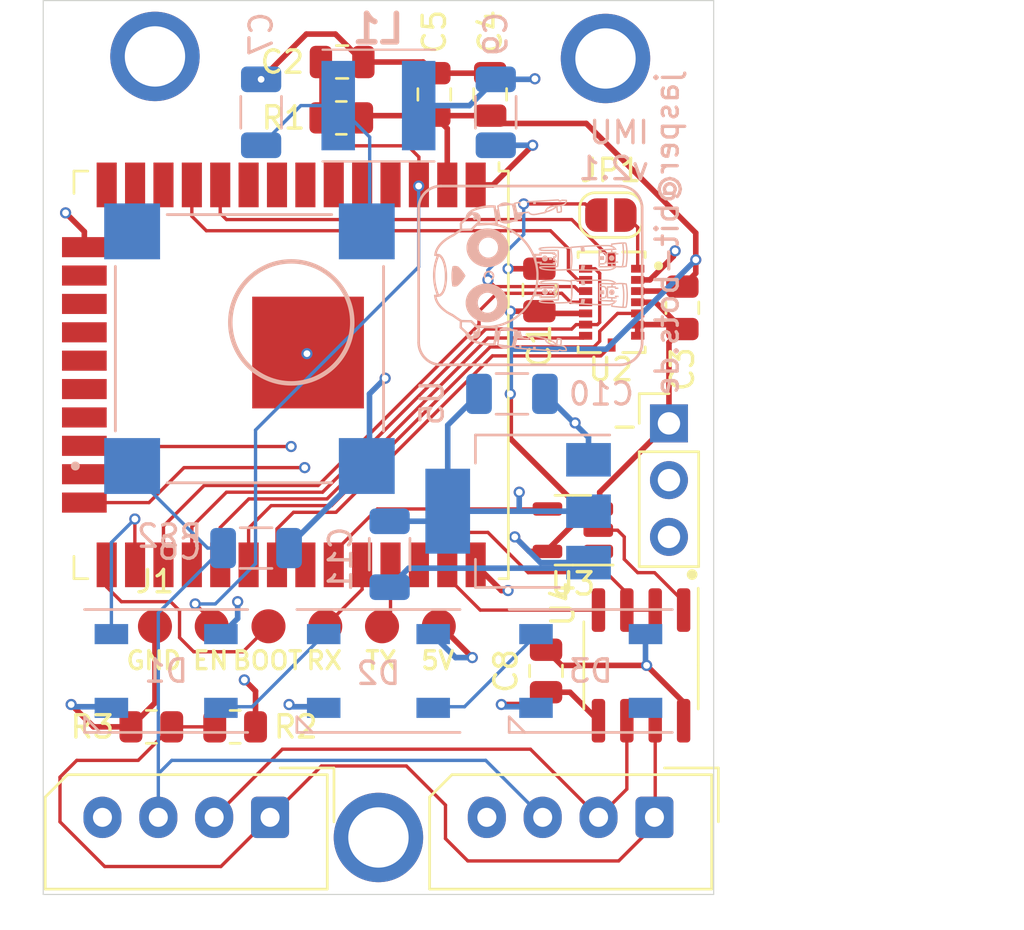
<source format=kicad_pcb>
(kicad_pcb (version 20240108) (generator "pcbnew") (generator_version "8.0")
  (layers (0 "F.Cu" signal) (1 "In1.Cu" signal) (2 "In2.Cu" signal) (31 "B.Cu" signal) (34 "B.Paste" user) (35 "F.Paste" user) (36 "B.SilkS" user "B.Silkscreen") (37 "F.SilkS" user "F.Silkscreen") (38 "B.Mask" user) (39 "F.Mask" user) (44 "Edge.Cuts" user))
  (net 0 "")
  (net 1 "GND")
  (net 2 "en")
  (net 3 "+3V3")
  (net 4 "VBUS")
  (net 5 "+5V")
  (net 6 "tx_esp")
  (net 7 "rx_esp")
  (net 8 "boot")
  (net 9 "DATA+")
  (net 10 "DATA-")
  (net 11 "SW1")
  (net 12 "SW2")
  (net 13 "int2_accel")
  (net 14 "int4_gyro")
  (net 20 "Net-(D1-DOUT)")
  (net 22 "int1_accel")
  (net 23 "int3_gyro")
  (net 24 "SPI_CS_GYRO")
  (net 28 "TX_EN")
  (net 31 "U2_RX")
  (net 32 "U2_TX")
  (net 33 "SPI1_SCK")
  (net 34 "SPI1_MISO")
  (net 37 "SPI1_MOSI")
  (net 38 "rs485_rx")
  (net 39 "SPI_CS_ACCEL")
  (net 42 "LED")
  (net 43 "Net-(D2-DOUT)")
  (net 49 "Net-(PS2-+VO)")
  (footprint "Capacitor_SMD:C_0805_2012Metric" (layer "F.Cu") (at 13.375 2.75)
    (property "Reference" "C2" (at -2.675 0 0) (layer "F.SilkS"))
    (property "Value" "100n")
    (pad "1" smd roundrect (at -0.95 0) (size 1 1.45) (layers "F.Cu" "F.Paste" "F.Mask") (net 2 "en"))
    (pad "2" smd roundrect (at 0.95 0) (size 1 1.45) (layers "F.Cu" "F.Paste" "F.Mask") (net 1 "GND"))
  )
  (footprint "Capacitor_SMD:C_0805_2012Metric" (layer "F.Cu") (at 20 4.2 90)
    (property "Reference" "C4" (at 2.8 0 90) (layer "F.SilkS"))
    (property "Value" "100n")
    (pad "1" smd roundrect (at -0.95 0 90) (size 1 1.45) (layers "F.Cu" "F.Paste" "F.Mask") (net 3 "+3V3"))
    (pad "2" smd roundrect (at 0.95 0 90) (size 1 1.45) (layers "F.Cu" "F.Paste" "F.Mask") (net 1 "GND"))
  )
  (footprint "Capacitor_SMD:C_0805_2012Metric" (layer "F.Cu") (at 17.5 4.2 90)
    (property "Reference" "C5" (at 2.8 0 90) (layer "F.SilkS"))
    (property "Value" "10u")
    (pad "1" smd roundrect (at -0.95 0 90) (size 1 1.45) (layers "F.Cu" "F.Paste" "F.Mask") (net 3 "+3V3"))
    (pad "2" smd roundrect (at 0.95 0 90) (size 1 1.45) (layers "F.Cu" "F.Paste" "F.Mask") (net 1 "GND"))
  )
  (footprint "Capacitor_SMD:C_0805_2012Metric" (layer "F.Cu") (at 22.5 30 -90)
    (property "Reference" "C8" (at 0 1.8 90) (layer "F.SilkS"))
    (property "Value" "100n")
    (pad "1" smd roundrect (at -0.95 0 270) (size 1 1.45) (layers "F.Cu" "F.Paste" "F.Mask") (net 5 "+5V"))
    (pad "2" smd roundrect (at 0.95 0 270) (size 1 1.45) (layers "F.Cu" "F.Paste" "F.Mask") (net 1 "GND"))
  )
  (footprint "Connector_Molex:Molex_SPOX_5267-04A_1x04_P2.50mm_Vertical" (layer "F.Cu") (at 27.35 36.55 180)
    (property "Reference" "J3" (hide yes))
    (property "Value" "Conn_01x04")
    (pad "1" thru_hole roundrect (at 0 0 180) (size 1.7 1.85) (drill 0.85) (layers "*.Cu" "*.Mask") (roundrect_rratio 0.1470588235) (net 10 "DATA-"))
    (pad "2" thru_hole oval (at 2.5 0 180) (size 1.7 1.85) (drill 0.85) (layers "*.Cu" "*.Mask") (net 9 "DATA+"))
    (pad "3" thru_hole oval (at 5 0 180) (size 1.7 1.85) (drill 0.85) (layers "*.Cu" "*.Mask") (net 4 "VBUS"))
    (pad "4" thru_hole oval (at 7.5 0 180) (size 1.7 1.85) (drill 0.85) (layers "*.Cu" "*.Mask") (net 1 "GND"))
  )
  (footprint "Connector_Molex:Molex_SPOX_5267-04A_1x04_P2.50mm_Vertical" (layer "F.Cu") (at 10.15 36.55 180)
    (property "Reference" "J4" (hide yes))
    (property "Value" "Conn_01x04")
    (pad "1" thru_hole roundrect (at 0 0 180) (size 1.7 1.85) (drill 0.85) (layers "*.Cu" "*.Mask") (roundrect_rratio 0.1470588235) (net 10 "DATA-"))
    (pad "2" thru_hole oval (at 2.5 0 180) (size 1.7 1.85) (drill 0.85) (layers "*.Cu" "*.Mask") (net 9 "DATA+"))
    (pad "3" thru_hole oval (at 5 0 180) (size 1.7 1.85) (drill 0.85) (layers "*.Cu" "*.Mask") (net 4 "VBUS"))
    (pad "4" thru_hole oval (at 7.5 0 180) (size 1.7 1.85) (drill 0.85) (layers "*.Cu" "*.Mask") (net 1 "GND"))
  )
  (footprint "Package_SO:SOIC-8_3.9x4.9mm_P1.27mm" (layer "F.Cu") (at 26.75 29.75 -90)
    (property "Reference" "U4" (at -2.75 3.5 90) (layer "F.SilkS"))
    (property "Value" "SP485")
    (pad "1" smd roundrect (at -2.475 -1.905 270) (size 1.95 0.6) (layers "F.Cu" "F.Paste" "F.Mask") (net 38 "rs485_rx"))
    (pad "2" smd roundrect (at -2.475 -0.635 270) (size 1.95 0.6) (layers "F.Cu" "F.Paste" "F.Mask") (net 28 "TX_EN"))
    (pad "3" smd roundrect (at -2.475 0.635 270) (size 1.95 0.6) (layers "F.Cu" "F.Paste" "F.Mask") (net 28 "TX_EN"))
    (pad "4" smd roundrect (at -2.475 1.905 270) (size 1.95 0.6) (layers "F.Cu" "F.Paste" "F.Mask") (net 32 "U2_TX"))
    (pad "5" smd roundrect (at 2.475 1.905 270) (size 1.95 0.6) (layers "F.Cu" "F.Paste" "F.Mask") (net 1 "GND"))
    (pad "6" smd roundrect (at 2.475 0.635 270) (size 1.95 0.6) (layers "F.Cu" "F.Paste" "F.Mask") (net 9 "DATA+"))
    (pad "7" smd roundrect (at 2.475 -0.635 270) (size 1.95 0.6) (layers "F.Cu" "F.Paste" "F.Mask") (net 10 "DATA-"))
    (pad "8" smd roundrect (at 2.475 -1.905 270) (size 1.95 0.6) (layers "F.Cu" "F.Paste" "F.Mask") (net 5 "+5V"))
  )
  (footprint "MountingHole:MountingHole_2.7mm_M2.5_ISO14580_Pad" (layer "F.Cu") (at 5 2.5)
    (property "Reference" "H1" (hide yes))
    (property "Value" "MountingHole_Pad")
    (pad "1" thru_hole circle (at 0 0) (size 4 4) (drill 2.7) (layers "*.Cu" "*.Mask") (net 1 "GND"))
  )
  (footprint "MountingHole:MountingHole_2.7mm_M2.5_ISO14580_Pad" (layer "F.Cu") (at 25.16 2.592)
    (property "Reference" "H2" (hide yes))
    (property "Value" "MountingHole_Pad")
    (pad "1" thru_hole circle (at 0 0) (size 4 4) (drill 2.7) (layers "*.Cu" "*.Mask") (net 1 "GND"))
  )
  (footprint "MountingHole:MountingHole_2.7mm_M2.5_ISO14580_Pad" (layer "F.Cu") (at 15 37.5)
    (property "Reference" "H3" (hide yes))
    (property "Value" "MountingHole_Pad")
    (pad "1" thru_hole circle (at 0 -0.05) (size 4 4) (drill 2.7) (layers "*.Cu" "*.Mask") (net 1 "GND"))
  )
  (footprint "RF_Module:ESP32-WROOM-32U" (layer "F.Cu") (at 11.095 16.75 -90)
    (property "Reference" "U1" (hide yes))
    (property "Value" "ESP32-WROOM-32U")
    (pad "1" smd rect (at -8.5 -8.255 270) (size 2 0.9) (layers "F.Cu" "F.Paste" "F.Mask") (net 1 "GND"))
    (pad "2" smd rect (at -8.5 -6.985 270) (size 2 0.9) (layers "F.Cu" "F.Paste" "F.Mask") (net 3 "+3V3"))
    (pad "3" smd rect (at -8.5 -5.715 270) (size 2 0.9) (layers "F.Cu" "F.Paste" "F.Mask") (net 2 "en"))
    (pad "4" smd rect (at -8.5 -4.445 270) (size 2 0.9) (layers "F.Cu" "F.Paste" "F.Mask"))
    (pad "5" smd rect (at -8.5 -3.175 270) (size 2 0.9) (layers "F.Cu" "F.Paste" "F.Mask"))
    (pad "6" smd rect (at -8.5 -1.905 270) (size 2 0.9) (layers "F.Cu" "F.Paste" "F.Mask"))
    (pad "7" smd rect (at -8.5 -0.635 270) (size 2 0.9) (layers "F.Cu" "F.Paste" "F.Mask"))
    (pad "8" smd rect (at -8.5 0.635 270) (size 2 0.9) (layers "F.Cu" "F.Paste" "F.Mask"))
    (pad "9" smd rect (at -8.5 1.905 270) (size 2 0.9) (layers "F.Cu" "F.Paste" "F.Mask"))
    (pad "10" smd rect (at -8.5 3.175 270) (size 2 0.9) (layers "F.Cu" "F.Paste" "F.Mask") (net 22 "int1_accel"))
    (pad "11" smd rect (at -8.5 4.445 270) (size 2 0.9) (layers "F.Cu" "F.Paste" "F.Mask") (net 39 "SPI_CS_ACCEL"))
    (pad "12" smd rect (at -8.5 5.715 270) (size 2 0.9) (layers "F.Cu" "F.Paste" "F.Mask"))
    (pad "13" smd rect (at -8.5 6.985 270) (size 2 0.9) (layers "F.Cu" "F.Paste" "F.Mask"))
    (pad "14" smd rect (at -8.5 8.255 270) (size 2 0.9) (layers "F.Cu" "F.Paste" "F.Mask"))
    (pad "15" smd rect (at -5.715 9.255 180) (size 2 0.9) (layers "F.Cu" "F.Paste" "F.Mask") (net 1 "GND"))
    (pad "16" smd rect (at -4.445 9.255) (size 2 0.9) (layers "F.Cu" "F.Paste" "F.Mask"))
    (pad "17" smd rect (at -3.175 9.255) (size 2 0.9) (layers "F.Cu" "F.Paste" "F.Mask"))
    (pad "18" smd rect (at -1.905 9.255) (size 2 0.9) (layers "F.Cu" "F.Paste" "F.Mask"))
    (pad "19" smd rect (at -0.635 9.255) (size 2 0.9) (layers "F.Cu" "F.Paste" "F.Mask"))
    (pad "20" smd rect (at 0.635 9.255) (size 2 0.9) (layers "F.Cu" "F.Paste" "F.Mask"))
    (pad "21" smd rect (at 1.905 9.255) (size 2 0.9) (layers "F.Cu" "F.Paste" "F.Mask"))
    (pad "22" smd rect (at 3.175 9.255) (size 2 0.9) (layers "F.Cu" "F.Paste" "F.Mask"))
    (pad "23" smd rect (at 4.445 9.255) (size 2 0.9) (layers "F.Cu" "F.Paste" "F.Mask") (net 12 "SW2"))
    (pad "24" smd rect (at 5.715 9.255) (size 2 0.9) (layers "F.Cu" "F.Paste" "F.Mask") (net 11 "SW1"))
    (pad "25" smd rect (at 8.5 8.255 270) (size 2 0.9) (layers "F.Cu" "F.Paste" "F.Mask") (net 8 "boot"))
    (pad "26" smd rect (at 8.5 6.985 270) (size 2 0.9) (layers "F.Cu" "F.Paste" "F.Mask") (net 42 "LED"))
    (pad "27" smd rect (at 8.5 5.715 270) (size 2 0.9) (layers "F.Cu" "F.Paste" "F.Mask") (net 23 "int3_gyro"))
    (pad "28" smd rect (at 8.5 4.445 270) (size 2 0.9) (layers "F.Cu" "F.Paste" "F.Mask") (net 34 "SPI1_MISO"))
    (pad "29" smd rect (at 8.5 3.175 270) (size 2 0.9) (layers "F.Cu" "F.Paste" "F.Mask") (net 37 "SPI1_MOSI"))
    (pad "30" smd rect (at 8.5 1.905 270) (size 2 0.9) (layers "F.Cu" "F.Paste" "F.Mask") (net 24 "SPI_CS_GYRO"))
    (pad "31" smd rect (at 8.5 0.635 270) (size 2 0.9) (layers "F.Cu" "F.Paste" "F.Mask") (net 33 "SPI1_SCK"))
    (pad "32" smd rect (at 8.5 -0.635 270) (size 2 0.9) (layers "F.Cu" "F.Paste" "F.Mask"))
    (pad "33" smd rect (at 8.5 -1.905 270) (size 2 0.9) (layers "F.Cu" "F.Paste" "F.Mask") (net 31 "U2_RX"))
    (pad "34" smd rect (at 8.5 -3.175 270) (size 2 0.9) (layers "F.Cu" "F.Paste" "F.Mask") (net 7 "rx_esp"))
    (pad "35" smd rect (at 8.5 -4.445 270) (size 2 0.9) (layers "F.Cu" "F.Paste" "F.Mask") (net 6 "tx_esp"))
    (pad "36" smd rect (at 8.5 -5.715 270) (size 2 0.9) (layers "F.Cu" "F.Paste" "F.Mask") (net 28 "TX_EN"))
    (pad "37" smd rect (at 8.5 -6.985 270) (size 2 0.9) (layers "F.Cu" "F.Paste" "F.Mask") (net 32 "U2_TX"))
    (pad "38" smd rect (at 8.5 -8.255 270) (size 2 0.9) (layers "F.Cu" "F.Paste" "F.Mask") (net 1 "GND"))
    (pad "39" smd rect (at -1 -0.755 270) (size 5 5) (layers "F.Cu" "F.Paste" "F.Mask") (net 1 "GND"))
  )
  (footprint "Resistor_SMD:R_0805_2012Metric" (layer "F.Cu") (at 13.3375 5.25 180)
    (property "Reference" "R1" (at 2.5875 0 0) (layer "F.SilkS"))
    (property "Value" "10K")
    (pad "1" smd roundrect (at -0.9125 0 180) (size 1.025 1.4) (layers "F.Cu" "F.Paste" "F.Mask") (roundrect_rratio 0.243902439) (net 3 "+3V3"))
    (pad "2" smd roundrect (at 0.9125 0 180) (size 1.025 1.4) (layers "F.Cu" "F.Paste" "F.Mask") (roundrect_rratio 0.243902439) (net 2 "en"))
  )
  (footprint "Capacitor_SMD:C_0805_2012Metric" (layer "F.Cu") (at 28.6 13.75 -90)
    (property "Reference" "C3" (at 2.75 0 90) (layer "F.SilkS"))
    (property "Value" "100n")
    (pad "1" smd roundrect (at -0.95 0 270) (size 1 1.45) (layers "F.Cu" "F.Paste" "F.Mask") (net 3 "+3V3"))
    (pad "2" smd roundrect (at 0.95 0 270) (size 1 1.45) (layers "F.Cu" "F.Paste" "F.Mask") (net 1 "GND"))
  )
  (footprint "Package_TO_SOT_SMD:SOT-23-5" (layer "F.Cu") (at 23.7 23.700001 180)
    (property "Reference" "U3" (at 0 -2.4 180) (layer "F.SilkS"))
    (property "Value" "SN74LV1T34DBV")
    (pad "1" smd roundrect (at -1.1375 -0.95 180) (size 1.325 0.6) (layers "F.Cu" "F.Paste" "F.Mask"))
    (pad "2" smd roundrect (at -1.1375 0 180) (size 1.325 0.6) (layers "F.Cu" "F.Paste" "F.Mask") (net 38 "rs485_rx"))
    (pad "3" smd roundrect (at -1.1375 0.95 180) (size 1.325 0.6) (layers "F.Cu" "F.Paste" "F.Mask") (net 1 "GND"))
    (pad "4" smd roundrect (at 1.1375 0.95 180) (size 1.325 0.6) (layers "F.Cu" "F.Paste" "F.Mask") (net 31 "U2_RX"))
    (pad "5" smd roundrect (at 1.1375 -0.95 180) (size 1.325 0.6) (layers "F.Cu" "F.Paste" "F.Mask") (net 3 "+3V3"))
  )
  (footprint "Capacitor_SMD:C_0805_2012Metric" (layer "F.Cu") (at 22.2 12.95 90)
    (property "Reference" "C1" (at -2.5 0 90) (layer "F.SilkS"))
    (property "Value" "100n")
    (pad "1" smd roundrect (at -0.95 0 90) (size 1 1.45) (layers "F.Cu" "F.Paste" "F.Mask") (net 3 "+3V3"))
    (pad "2" smd roundrect (at 0.95 0 90) (size 1 1.45) (layers "F.Cu" "F.Paste" "F.Mask") (net 1 "GND"))
  )
  (footprint "lib:BMI088" (layer "F.Cu") (at 25.435 13.5 -90)
    (property "Reference" "U2" (at 3.01 0.035 180) (layer "F.SilkS"))
    (property "Value" "BMI088")
    (pad "1" smd rect (at -1.5 -1.165 180) (size 0.59 0.35) (layers "F.Cu" "F.Paste" "F.Mask") (net 13 "int2_accel"))
    (pad "2" smd rect (at -1 -1.165 180) (size 0.59 0.35) (layers "F.Cu" "F.Paste" "F.Mask") (net 1 "GND"))
    (pad "3" smd rect (at -0.5 -1.165 180) (size 0.59 0.35) (layers "F.Cu" "F.Paste" "F.Mask") (net 3 "+3V3"))
    (pad "4" smd rect (at 0 -1.165 180) (size 0.59 0.35) (layers "F.Cu" "F.Paste" "F.Mask") (net 1 "GND"))
    (pad "5" smd rect (at 0.5 -1.165 180) (size 0.59 0.35) (layers "F.Cu" "F.Paste" "F.Mask") (net 24 "SPI_CS_GYRO"))
    (pad "6" smd rect (at 1 -1.165 180) (size 0.59 0.35) (layers "F.Cu" "F.Paste" "F.Mask") (net 1 "GND"))
    (pad "7" smd rect (at 1.5 -1.165 180) (size 0.59 0.35) (layers "F.Cu" "F.Paste" "F.Mask") (net 1 "GND"))
    (pad "8" smd rect (at 1.915 0 90) (size 0.59 0.35) (layers "F.Cu" "F.Paste" "F.Mask") (net 33 "SPI1_SCK"))
    (pad "9" smd rect (at 1.5 1.165) (size 0.59 0.35) (layers "F.Cu" "F.Paste" "F.Mask") (net 37 "SPI1_MOSI"))
    (pad "10" smd rect (at 1 1.165) (size 0.59 0.35) (layers "F.Cu" "F.Paste" "F.Mask") (net 34 "SPI1_MISO"))
    (pad "11" smd rect (at 0.5 1.165) (size 0.59 0.35) (layers "F.Cu" "F.Paste" "F.Mask") (net 3 "+3V3"))
    (pad "12" smd rect (at 0 1.165) (size 0.59 0.35) (layers "F.Cu" "F.Paste" "F.Mask") (net 23 "int3_gyro"))
    (pad "13" smd rect (at -0.5 1.165) (size 0.59 0.35) (layers "F.Cu" "F.Paste" "F.Mask") (net 14 "int4_gyro"))
    (pad "14" smd rect (at -1 1.165) (size 0.59 0.35) (layers "F.Cu" "F.Paste" "F.Mask") (net 39 "SPI_CS_ACCEL"))
    (pad "15" smd rect (at -1.5 1.165) (size 0.59 0.35) (layers "F.Cu" "F.Paste" "F.Mask") (net 34 "SPI1_MISO"))
    (pad "16" smd rect (at -1.915 0 270) (size 0.59 0.35) (layers "F.Cu" "F.Paste" "F.Mask") (net 22 "int1_accel"))
  )
  (footprint "Resistor_SMD:R_0805_2012Metric" (layer "F.Cu") (at 4.8375 32.5 180)
    (property "Reference" "R3" (at 2.6375 0 0) (layer "F.SilkS"))
    (property "Value" "4K7")
    (pad "1" smd roundrect (at -0.9125 0 180) (size 1.025 1.4) (layers "F.Cu" "F.Paste" "F.Mask") (roundrect_rratio 0.243902439) (net 10 "DATA-"))
    (pad "2" smd roundrect (at 0.9125 0 180) (size 1.025 1.4) (layers "F.Cu" "F.Paste" "F.Mask") (roundrect_rratio 0.243902439) (net 1 "GND"))
  )
  (footprint "Resistor_SMD:R_0805_2012Metric" (layer "F.Cu") (at 8.5875 32.5 180)
    (property "Reference" "R2" (at -2.7125 0 0) (layer "F.SilkS"))
    (property "Value" "4K7")
    (pad "1" smd roundrect (at -0.9125 0 180) (size 1.025 1.4) (layers "F.Cu" "F.Paste" "F.Mask") (roundrect_rratio 0.243902439) (net 5 "+5V"))
    (pad "2" smd roundrect (at 0.9125 0 180) (size 1.025 1.4) (layers "F.Cu" "F.Paste" "F.Mask") (roundrect_rratio 0.243902439) (net 10 "DATA-"))
  )
  (footprint "Jumper:SolderJumper-2_P1.3mm_Open_RoundedPad1.0x1.5mm" (layer "F.Cu") (at 25.4 9.6 180)
    (property "Reference" "JP1" (at 0 2 0) (layer "F.SilkS"))
    (property "Value" "SolderJumper_2_Open")
    (pad "1" smd custom (at -0.65 0 180) (size 1 0.5) (layers "F.Cu" "F.Mask") (net 13 "int2_accel") (options (clearance outline) (anchor rect)) (primitives (gr_circle (center 0 0.25) (end 0.5 0.25) (width 0) (fill yes)) (gr_circle (center 0 -0.25) (end 0.5 -0.25) (width 0) (fill yes)) (gr_poly (pts (xy 0.5 0.75) (xy 0 0.75) (xy 0 -0.75) (xy 0.5 -0.75)) (width 0) (fill yes))))
    (pad "2" smd custom (at 0.65 0 180) (size 1 0.5) (layers "F.Cu" "F.Mask") (net 14 "int4_gyro") (options (clearance outline) (anchor rect)) (primitives (gr_circle (center 0 0.25) (end 0.5 0.25) (width 0) (fill yes)) (gr_circle (center 0 -0.25) (end 0.5 -0.25) (width 0) (fill yes)) (gr_poly (pts (xy 0 0.75) (xy -0.5 0.75) (xy -0.5 -0.75) (xy 0 -0.75)) (width 0) (fill yes))))
  )
  (footprint "lib:esp32_pogo_programmer" (layer "F.Cu") (at 5 28)
    (property "Reference" "J1" (at 0 -2 0) (layer "F.SilkS"))
    (property "Value" "Conn_01x06_Male" (hide yes))
    (fp_text user "EN" (at 1.614048 2 0) (layer "F.SilkS") (effects (font (size 0.8 0.8)) (justify left bottom)))
    (fp_text user "5V" (at 11.831191 2 0) (layer "F.SilkS") (effects (font (size 0.8 0.8) (thickness 0.15) (bold yes)) (justify left bottom)))
    (fp_text user "RX" (at 6.694048 2 0) (layer "F.SilkS") (effects (font (size 0.8 0.8)) (justify left bottom)))
    (fp_text user "TX\n" (at 9.329286 2 0) (layer "F.SilkS") (effects (font (size 0.8 0.8)) (justify left bottom)))
    (fp_text user "BOOT" (at 3.392143 2 0) (layer "F.SilkS") (effects (font (size 0.8 0.8)) (justify left bottom)))
    (fp_text user "GND\n" (at -1.364047 2 0) (layer "F.SilkS") (effects (font (size 0.8 0.8)) (justify left bottom)))
    (pad "1" smd circle (at 12.7 0 180) (size 1.524 1.524) (layers "F.Cu" "F.Paste" "F.Mask") (net 5 "+5V"))
    (pad "2" smd circle (at 10.16 0 180) (size 1.524 1.524) (layers "F.Cu" "F.Paste" "F.Mask") (net 6 "tx_esp"))
    (pad "3" smd circle (at 7.62 0 180) (size 1.524 1.524) (layers "F.Cu" "F.Paste" "F.Mask") (net 7 "rx_esp"))
    (pad "4" smd circle (at 5.08 0 180) (size 1.524 1.524) (layers "F.Cu" "F.Paste" "F.Mask") (net 8 "boot"))
    (pad "5" smd circle (at 2.54 0 180) (size 1.524 1.524) (layers "F.Cu" "F.Paste" "F.Mask") (net 2 "en"))
    (pad "6" smd circle (at 0 0 180) (size 1.524 1.524) (layers "F.Cu" "F.Paste" "F.Mask") (net 1 "GND"))
  )
  (footprint "Connector_PinHeader_2.54mm:PinHeader_1x03_P2.54mm_Vertical" (layer "F.Cu") (at 28 18.92)
    (property "Reference" "J2" (hide yes))
    (property "Value" "Conn_01x03_Male")
    (pad "1" thru_hole rect (at 0 0) (size 1.7 1.7) (drill 1) (layers "*.Cu" "*.Mask") (net 1 "GND"))
    (pad "2" thru_hole oval (at 0 2.54) (size 1.7 1.7) (drill 1) (layers "*.Cu" "*.Mask") (net 12 "SW2"))
    (pad "3" thru_hole oval (at 0 5.08) (size 1.7 1.7) (drill 1) (layers "*.Cu" "*.Mask") (net 11 "SW1"))
  )
  (footprint "Capacitor_SMD:C_1206_3216Metric" (layer "B.Cu") (at 20.975 17.6 180)
    (property "Reference" "C10" (at -4 0 0) (layer "B.SilkS") (effects (justify mirror)))
    (property "Value" "4.7u")
    (pad "1" smd roundrect (at -1.475 0 180) (size 1.15 1.8) (layers "B.Cu" "B.Paste" "B.Mask") (roundrect_rratio 0.2173913043) (net 5 "+5V"))
    (pad "2" smd roundrect (at 1.475 0 180) (size 1.15 1.8) (layers "B.Cu" "B.Paste" "B.Mask") (roundrect_rratio 0.2173913043) (net 1 "GND"))
  )
  (footprint "Capacitor_SMD:C_1206_3216Metric" (layer "B.Cu") (at 15.5 24.775 90)
    (property "Reference" "C11" (at -0.225 -2.2 90) (layer "B.SilkS") (effects (justify mirror)))
    (property "Value" "4.7u")
    (pad "1" smd roundrect (at -1.475 0 90) (size 1.15 1.8) (layers "B.Cu" "B.Paste" "B.Mask") (roundrect_rratio 0.2173913043) (net 3 "+3V3"))
    (pad "2" smd roundrect (at 1.475 0 90) (size 1.15 1.8) (layers "B.Cu" "B.Paste" "B.Mask") (roundrect_rratio 0.2173913043) (net 1 "GND"))
  )
  (footprint "Package_TO_SOT_SMD:SOT-223-3_TabPin2" (layer "B.Cu") (at 21.25 22.85 180)
    (property "Reference" "U5" (at 3.85 4.85 90) (layer "B.SilkS") (effects (justify mirror)))
    (property "Value" "AP2114HA-3.3TRG1")
    (pad "1" smd rect (at -3.15 2.3 180) (size 2 1.5) (layers "B.Cu" "B.Paste" "B.Mask") (net 5 "+5V"))
    (pad "2" smd rect (at -3.15 0 180) (size 2 1.5) (layers "B.Cu" "B.Paste" "B.Mask") (net 1 "GND"))
    (pad "2" smd rect (at 3.15 0 180) (size 2 3.8) (layers "B.Cu" "B.Paste" "B.Mask") (net 1 "GND"))
    (pad "3" smd rect (at -3.15 -2.3 180) (size 2 1.5) (layers "B.Cu" "B.Paste" "B.Mask") (net 3 "+3V3"))
  )
  (footprint "Capacitor_SMD:C_1206_3216Metric" (layer "B.Cu") (at 9.75 5 90)
    (property "Reference" "C7" (at 3.5 0 -90) (layer "B.SilkS") (effects (justify mirror)))
    (property "Value" "22u/16v")
    (pad "1" smd roundrect (at -1.475 0 90) (size 1.15 1.8) (layers "B.Cu" "B.Paste" "B.Mask") (roundrect_rratio 0.2173913043) (net 49 "Net-(PS2-+VO)"))
    (pad "2" smd roundrect (at 1.475 0 90) (size 1.15 1.8) (layers "B.Cu" "B.Paste" "B.Mask") (roundrect_rratio 0.2173913043) (net 1 "GND"))
  )
  (footprint "lib:VLS5045EX330M" (layer "B.Cu") (at 15 4.7)
    (property "Reference" "L1" (at -0.014 -3.43 0) (layer "B.SilkS") (effects (font (size 1.27 1.27) (thickness 0.254)) (justify mirror)))
    (property "Value" "VLS5045EX-220M" (hide yes))
    (pad "1" smd rect (at -1.8 0) (size 1.5 4) (layers "B.Cu" "B.Paste" "B.Mask") (net 49 "Net-(PS2-+VO)"))
    (pad "2" smd rect (at 1.8 0) (size 1.5 4) (layers "B.Cu" "B.Paste" "B.Mask") (net 5 "+5V"))
  )
  (footprint "bitbots:bitbots_logo" (layer "B.Cu") (at 21.8 12.3 -90)
    (property "Reference" "G***" (hide yes))
    (property "Value" "LOGO" (hide yes))
  )
  (footprint "Capacitor_SMD:C_1206_3216Metric" (layer "B.Cu") (at 20.25 5 -90)
    (property "Reference" "C9" (at -3.5 0 90) (layer "B.SilkS") (effects (justify mirror)))
    (property "Value" "22u/16v")
    (pad "1" smd roundrect (at -1.475 0 270) (size 1.15 1.8) (layers "B.Cu" "B.Paste" "B.Mask") (roundrect_rratio 0.2173913043) (net 5 "+5V"))
    (pad "2" smd roundrect (at 1.475 0 270) (size 1.15 1.8) (layers "B.Cu" "B.Paste" "B.Mask") (roundrect_rratio 0.2173913043) (net 1 "GND"))
  )
  (footprint "lib:LED_WS2812B_PLCC4_5.0x5.0mm_P3.2mm_marked" (layer "B.Cu") (at 5.5 30 180)
    (property "Reference" "D1" (at 0 0 0) (layer "B.SilkS") (effects (justify mirror)))
    (property "Value" "WS2812B")
    (pad "1" smd rect (at -2.45 1.65 180) (size 1.5 0.9) (layers "B.Cu" "B.Paste" "B.Mask") (net 5 "+5V"))
    (pad "2" smd rect (at -2.45 -1.65 180) (size 1.5 0.9) (layers "B.Cu" "B.Paste" "B.Mask") (net 20 "Net-(D1-DOUT)"))
    (pad "3" smd rect (at 2.45 -1.65 180) (size 1.5 0.9) (layers "B.Cu" "B.Paste" "B.Mask") (net 1 "GND"))
    (pad "4" smd rect (at 2.45 1.65 180) (size 1.5 0.9) (layers "B.Cu" "B.Paste" "B.Mask") (net 42 "LED"))
  )
  (footprint "Capacitor_SMD:C_1206_3216Metric" (layer "B.Cu") (at 9.525 24.5)
    (property "Reference" "C6" (at -3.425 0 0) (layer "B.SilkS") (effects (justify mirror)))
    (property "Value" "10u/50V")
    (pad "1" smd roundrect (at -1.475 0) (size 1.15 1.8) (layers "B.Cu" "B.Paste" "B.Mask") (roundrect_rratio 0.2173913043) (net 4 "VBUS"))
    (pad "2" smd roundrect (at 1.475 0) (size 1.15 1.8) (layers "B.Cu" "B.Paste" "B.Mask") (roundrect_rratio 0.2173913043) (net 1 "GND"))
  )
  (footprint "lib:LED_WS2812B_PLCC4_5.0x5.0mm_P3.2mm_marked" (layer "B.Cu") (at 15 30 180)
    (property "Reference" "D2" (at 0 -0.1 0) (layer "B.SilkS") (effects (justify mirror)))
    (property "Value" "WS2812B")
    (pad "1" smd rect (at -2.45 1.65 180) (size 1.5 0.9) (layers "B.Cu" "B.Paste" "B.Mask") (net 5 "+5V"))
    (pad "2" smd rect (at -2.45 -1.65 180) (size 1.5 0.9) (layers "B.Cu" "B.Paste" "B.Mask") (net 43 "Net-(D2-DOUT)"))
    (pad "3" smd rect (at 2.45 -1.65 180) (size 1.5 0.9) (layers "B.Cu" "B.Paste" "B.Mask") (net 1 "GND"))
    (pad "4" smd rect (at 2.45 1.65 180) (size 1.5 0.9) (layers "B.Cu" "B.Paste" "B.Mask") (net 20 "Net-(D1-DOUT)"))
  )
  (footprint "lib:PXO7805-500-M-TR" (layer "B.Cu") (at 9.228 15.578)
    (property "Reference" "PS2" (at -3.575 8.385 0) (layer "B.SilkS") (effects (justify mirror)))
    (property "Value" "PXO7805-500-M-TR")
    (pad "1" smd rect (at -5.25 5.25) (size 2.5 2.5) (layers "B.Cu" "B.Paste" "B.Mask") (net 4 "VBUS"))
    (pad "2" smd rect (at -5.25 -5.25) (size 2.5 2.5) (layers "B.Cu" "B.Paste" "B.Mask"))
    (pad "3" smd rect (at 5.25 -5.25) (size 2.5 2.5) (layers "B.Cu" "B.Paste" "B.Mask") (net 49 "Net-(PS2-+VO)"))
    (pad "4" smd rect (at 5.25 5.25) (size 2.5 2.5) (layers "B.Cu" "B.Paste" "B.Mask") (net 1 "GND"))
  )
  (footprint "lib:LED_WS2812B_PLCC4_5.0x5.0mm_P3.2mm_marked" (layer "B.Cu") (at 24.5 30 180)
    (property "Reference" "D3" (at 0 0 0) (layer "B.SilkS") (effects (justify mirror)))
    (property "Value" "WS2812B")
    (pad "1" smd rect (at -2.45 1.65 180) (size 1.5 0.9) (layers "B.Cu" "B.Paste" "B.Mask") (net 5 "+5V"))
    (pad "2" smd rect (at -2.45 -1.65 180) (size 1.5 0.9) (layers "B.Cu" "B.Paste" "B.Mask"))
    (pad "3" smd rect (at 2.45 -1.65 180) (size 1.5 0.9) (layers "B.Cu" "B.Paste" "B.Mask") (net 1 "GND"))
    (pad "4" smd rect (at 2.45 1.65 180) (size 1.5 0.9) (layers "B.Cu" "B.Paste" "B.Mask") (net 43 "Net-(D2-DOUT)"))
  )
  (gr_circle (center 11.1 14.4) (end 13.8 14.8) (stroke (width 0.2)) (fill none) (layer "B.SilkS"))
  (gr_line (start 0 40) (end 0 0) (stroke (width 0.05)) (layer "Edge.Cuts"))
  (gr_line (start 30 0) (end 30 40) (stroke (width 0.05)) (layer "Edge.Cuts"))
  (gr_line (start 30 40) (end 0 40) (stroke (width 0.05)) (layer "Edge.Cuts"))
  (gr_line (start 0 0) (end 30 0) (stroke (width 0.05)) (layer "Edge.Cuts"))
  (gr_text "jasper@bit-bots.de" (at 28.5 3.1 90) (layer "B.SilkS") (effects (font (size 1 1)) (justify left bottom mirror)))
  (gr_text "IMU\nv2.1" (at 27.2 8.1 0) (layer "B.SilkS") (effects (font (size 1 1)) (justify left bottom mirror)))
  (gr_text "-" (at 25.3 19.6 0) (layer "F.SilkS") (effects (font (size 1 1)) (justify left bottom)))
  (segment (start 11.85 15.75) (end 11.8 15.8) (width 0.25) (layer "F.Cu") (net 1))
  (segment (start 28.2 11.2) (end 28.2765 11.2) (width 0.25) (layer "F.Cu") (net 1))
  (segment (start 1.84 10.34) (end 1 9.5) (width 0.25) (layer "F.Cu") (net 1))
  (segment (start 1.25 31.5) (end 2.25 32.5) (width 0.25) (layer "F.Cu") (net 1))
  (segment (start 28.2 11.445) (end 28.2 11.2) (width 0.25) (layer "F.Cu") (net 1))
  (segment (start 26.6 13.5) (end 27.4 13.5) (width 0.25) (layer "F.Cu") (net 1))
  (segment (start 21.95 31.5) (end 22.5 30.95) (width 0.25) (layer "F.Cu") (net 1))
  (segment (start 19.35 25.25) (end 20.5 26.4) (width 0.25) (layer "F.Cu") (net 1))
  (segment (start 2.25 32.5) (end 3.925 32.5) (width 0.25) (layer "F.Cu") (net 1))
  (segment (start 26.6 12.5) (end 27.145 12.5) (width 0.25) (layer "F.Cu") (net 1))
  (segment (start 9.75 3.525) (end 11.775 1.5) (width 0.25) (layer "F.Cu") (net 1))
  (segment (start 13.075 1.5) (end 14.325 2.75) (width 0.25) (layer "F.Cu") (net 1))
  (segment (start 20 3.25) (end 17.5 3.25) (width 0.25) (layer "F.Cu") (net 1))
  (segment (start 26.6 14.5) (end 28.4 14.5) (width 0.25) (layer "F.Cu") (net 1))
  (segment (start 20.5 26.4) (end 20.8 26.4) (width 0.25) (layer "F.Cu") (net 1))
  (segment (start 28.4 14.5) (end 28.6 14.7) (width 0.25) (layer "F.Cu") (net 1))
  (segment (start 24.9 22.750003) (end 24.9 22) (width 0.25) (layer "F.Cu") (net 1))
  (segment (start 5 31.425) (end 3.925 32.5) (width 0.25) (layer "F.Cu") (net 1))
  (segment (start 1.84 11.035) (end 1.84 10.34) (width 0.25) (layer "F.Cu") (net 1))
  (segment (start 22.2 12) (end 20.8 12) (width 0.25) (layer "F.Cu") (net 1))
  (segment (start 26.6 15) (end 26.6 14.5) (width 0.25) (layer "F.Cu") (net 1))
  (segment (start 27.145 12.5) (end 28.2 11.445) (width 0.25) (layer "F.Cu") (net 1))
  (segment (start 28.6 14.7) (end 28 15.3) (width 0.25) (layer "F.Cu") (net 1))
  (segment (start 24.9 22) (end 27.98 18.92) (width 0.25) (layer "F.Cu") (net 1))
  (segment (start 20.125 8.25) (end 21.9 6.475) (width 0.25) (layer "F.Cu") (net 1))
  (segment (start 19.35 8.25) (end 20.125 8.25) (width 0.25) (layer "F.Cu") (net 1))
  (segment (start 27.4 13.5) (end 28.6 14.7) (width 0.25) (layer "F.Cu") (net 1))
  (segment (start 27.98 18.92) (end 28 18.92) (width 0.25) (layer "F.Cu") (net 1))
  (segment (start 23.57 30.95) (end 24.845 32.225) (width 0.25) (layer "F.Cu") (net 1))
  (segment (start 20.5 31.5) (end 21.95 31.5) (width 0.25) (layer "F.Cu") (net 1))
  (segment (start 14.325 2.75) (end 17 2.75) (width 0.25) (layer "F.Cu") (net 1))
  (segment (start 22.5 30.95) (end 23.57 30.95) (width 0.25) (layer "F.Cu") (net 1))
  (segment (start 17 2.75) (end 17.5 3.25) (width 0.25) (layer "F.Cu") (net 1))
  (segment (start 11.775 1.5) (end 13.075 1.5) (width 0.25) (layer "F.Cu") (net 1))
  (segment (start 28 15.3) (end 28 18.92) (width 0.25) (layer "F.Cu") (net 1))
  (segment (start 5 28) (end 5 31.425) (width 0.25) (layer "F.Cu") (net 1))
  (via (at 9.75 3.525) (size 0.5) (drill 0.3) (layers "F.Cu" "B.Cu") (net 1))
  (via (at 20.8 12) (size 0.5) (drill 0.3) (layers "F.Cu" "B.Cu") (net 1))
  (via (at 20.8 26.4) (size 0.5) (drill 0.3) (layers "F.Cu" "B.Cu") (net 1))
  (via (at 15.3 16.9) (size 0.5) (drill 0.3) (layers "F.Cu" "B.Cu") (net 1))
  (via (at 20.5 31.5) (size 0.5) (drill 0.3) (layers "F.Cu" "B.Cu") (net 1))
  (via (at 21.3 22) (size 0.5) (drill 0.3) (layers "F.Cu" "B.Cu") (net 1))
  (via (at 28.2765 11.2) (size 0.5) (drill 0.3) (layers "F.Cu" "B.Cu") (net 1))
  (via (at 1.25 31.5) (size 0.5) (drill 0.3) (layers "F.Cu" "B.Cu") (net 1))
  (via (at 11 31.5) (size 0.5) (drill 0.3) (layers "F.Cu" "B.Cu") (net 1))
  (via (at 21.9 6.475) (size 0.5) (drill 0.3) (layers "F.Cu" "B.Cu") (net 1))
  (via (at 1 9.5) (size 0.5) (drill 0.3) (layers "F.Cu" "B.Cu") (net 1))
  (via (at 11.8 15.8) (size 0.5) (drill 0.3) (layers "F.Cu" "B.Cu") (net 1))
  (segment (start 19.5 17.6) (end 18.1 19) (width 0.25) (layer "B.Cu") (net 1))
  (segment (start 21.3 22.85) (end 21.3 22) (width 0.25) (layer "B.Cu") (net 1))
  (segment (start 11.1 31.6) (end 11 31.5) (width 0.25) (layer "B.Cu") (net 1))
  (segment (start 11 24.5) (end 11 24.4) (width 0.25) (layer "B.Cu") (net 1))
  (segment (start 24.4 22.85) (end 21.3 22.85) (width 0.25) (layer "B.Cu") (net 1))
  (segment (start 3.05 31.6) (end 1.35 31.6) (width 0.25) (layer "B.Cu") (net 1))
  (segment (start 14.6 20.8) (end 14.6 17.6) (width 0.25) (layer "B.Cu") (net 1))
  (segment (start 18.1 19) (end 18.1 22.85) (width 0.25) (layer "B.Cu") (net 1))
  (segment (start 14.6 17.6) (end 15.3 16.9) (width 0.25) (layer "B.Cu") (net 1))
  (segment (start 21.9 6.475) (end 20.25 6.475) (width 0.25) (layer "B.Cu") (net 1))
  (segment (start 17.65 23.3) (end 18.1 22.85) (width 0.25) (layer "B.Cu") (net 1))
  (segment (start 1.35 31.6) (end 1.25 31.5) (width 0.25) (layer "B.Cu") (net 1))
  (segment (start 12.55 31.6) (end 11.1 31.6) (width 0.25) (layer "B.Cu") (net 1))
  (segment (start 15.5 23.3) (end 17.65 23.3) (width 0.25) (layer "B.Cu") (net 1))
  (segment (start 21.3 22.85) (end 18.1 22.85) (width 0.25) (layer "B.Cu") (net 1))
  (segment (start 11 24.4) (end 14.6 20.8) (width 0.25) (layer "B.Cu") (net 1))
  (segment (start 22.05 31.6) (end 20.6 31.6) (width 0.25) (layer "B.Cu") (net 1))
  (segment (start 20.6 31.6) (end 20.5 31.5) (width 0.25) (layer "B.Cu") (net 1))
  (segment (start 16.31 6.5) (end 16.81 7) (width 0.15) (layer "F.Cu") (net 2))
  (segment (start 16.81 7) (end 16.81 8.25) (width 0.15) (layer "F.Cu") (net 2))
  (segment (start 12.425 5.25) (end 13.675 6.5) (width 0.15) (layer "F.Cu") (net 2))
  (segment (start 7.54 27.74) (end 6.8 27) (width 0.15) (layer "F.Cu") (net 2))
  (segment (start 12.425 2.75) (end 12.425 5.25) (width 0.15) (layer "F.Cu") (net 2))
  (segment (start 13.675 6.5) (end 16.31 6.5) (width 0.15) (layer "F.Cu") (net 2))
  (segment (start 7.54 28) (end 7.54 27.74) (width 0.15) (layer "F.Cu") (net 2))
  (via (at 6.8 27) (size 0.5) (drill 0.3) (layers "F.Cu" "B.Cu") (net 2))
  (via (at 16.8 8.3) (size 0.5) (drill 0.3) (layers "F.Cu" "B.Cu") (net 2))
  (segment (start 7.7 27) (end 9.5 25.2) (width 0.15) (layer "B.Cu") (net 2))
  (segment (start 9.5 19.219) (end 16.8 11.919) (width 0.15) (layer "B.Cu") (net 2))
  (segment (start 6.8 27) (end 7.7 27) (width 0.15) (layer "B.Cu") (net 2))
  (segment (start 9.5 25.2) (end 9.5 19.219) (width 0.15) (layer "B.Cu") (net 2))
  (segment (start 16.8 11.919) (end 16.8 8.3) (width 0.15) (layer "B.Cu") (net 2))
  (segment (start 20.9 19.6) (end 20.9 17.6) (width 0.25) (layer "F.Cu") (net 3))
  (segment (start 22.3 14) (end 24.27 14) (width 0.25) (layer "F.Cu") (net 3))
  (segment (start 17.5 5.15) (end 14.35 5.15) (width 0.25) (layer "F.Cu") (net 3))
  (segment (start 24.3 5.5) (end 29.2 10.4) (width 0.25) (layer "F.Cu") (net 3))
  (segment (start 28.4 13) (end 28.6 12.8) (width 0.25) (layer "F.Cu") (net 3))
  (segment (start 14.35 5.15) (end 14.25 5.25) (width 0.25) (layer "F.Cu") (net 3))
  (segment (start 20.9 13.9) (end 22.2 13.9) (width 0.25) (layer "F.Cu") (net 3))
  (segment (start 21.750002 24.650002) (end 21.1 24) (width 0.25) (layer "F.Cu") (net 3))
  (segment (start 29.2 12.2) (end 28.6 12.8) (width 0.25) (layer "F.Cu") (net 3))
  (segment (start 26.6 13) (end 28.4 13) (width 0.25) (layer "F.Cu") (net 3))
  (segment (start 22.5 24.650002) (end 21.750002 24.650002) (width 0.25) (layer "F.Cu") (net 3))
  (segment (start 17.5 5.15) (end 20 5.15) (width 0.25) (layer "F.Cu") (net 3))
  (segment (start 18.08 5.73) (end 17.5 5.15) (width 0.25) (layer "F.Cu") (net 3))
  (segment (start 18.08 8.25) (end 18.08 5.73) (width 0.25) (layer "F.Cu") (net 3))
  (segment (start 22.5 24.650002) (end 23.7 23.450002) (width 0.25) (layer "F.Cu") (net 3))
  (segment (start 23.7 22.4) (end 20.9 19.6) (width 0.25) (layer "F.Cu") (net 3))
  (segment (start 29.2 10.4) (end 29.2 12.2) (width 0.25) (layer "F.Cu") (net 3))
  (segment (start 20 5.15) (end 20.35 5.5) (width 0.25) (layer "F.Cu") (net 3))
  (segment (start 20.35 5.5) (end 24.3 5.5) (width 0.25) (layer "F.Cu") (net 3))
  (segment (start 23.7 23.450002) (end 23.7 22.4) (width 0.25) (layer "F.Cu") (net 3))
  (via (at 20.9 17.6) (size 0.5) (drill 0.3) (layers "F.Cu" "B.Cu") (net 3))
  (via (at 29.2 11.6) (size 0.5) (drill 0.3) (layers "F.Cu" "B.Cu") (net 3))
  (via (at 21.1 24) (size 0.5) (drill 0.3) (layers "F.Cu" "B.Cu") (net 3))
  (via (at 20.9 13.9) (size 0.5) (drill 0.3) (layers "F.Cu" "B.Cu") (net 3))
  (segment (start 25.2 15.6) (end 20.9 15.6) (width 0.25) (layer "B.Cu") (net 3))
  (segment (start 24.15 25.4) (end 24.4 25.15) (width 0.25) (layer "B.Cu") (net 3))
  (segment (start 22.25 25.15) (end 21.1 24) (width 0.25) (layer "B.Cu") (net 3))
  (segment (start 24.4 25.15) (end 22.25 25.15) (width 0.25) (layer "B.Cu") (net 3))
  (segment (start 15.5 26.25) (end 16.35 25.4) (width 0.25) (layer "B.Cu") (net 3))
  (segment (start 16.35 25.4) (end 19.1 25.4) (width 0.25) (layer "B.Cu") (net 3))
  (segment (start 19.1 25.4) (end 24.15 25.4) (width 0.25) (layer "B.Cu") (net 3))
  (segment (start 29.2 11.6) (end 25.2 15.6) (width 0.25) (layer "B.Cu") (net 3))
  (segment (start 20.9 13.9) (end 20.9 15.6) (width 0.25) (layer "B.Cu") (net 3))
  (segment (start 20.9 15.6) (end 20.9 17.6) (width 0.25) (layer "B.Cu") (net 3))
  (segment (start 5.15 36.55) (end 5.15 34.6) (width 0.15) (layer "B.Cu") (net 4))
  (segment (start 5.75 34) (end 19.8 34) (width 0.15) (layer "B.Cu") (net 4))
  (segment (start 8.05 24.5) (end 7.3575 24.5) (width 0.15) (layer "B.Cu") (net 4))
  (segment (start 5.15 27.4) (end 8.05 24.5) (width 0.15) (layer "B.Cu") (net 4))
  (segment (start 7.3575 24.5) (end 4.1075 21.25) (width 0.15) (layer "B.Cu") (net 4))
  (segment (start 5.15 34.6) (end 5.75 34) (width 0.15) (layer "B.Cu") (net 4))
  (segment (start 5.15 34.6) (end 5.15 27.4) (width 0.15) (layer "B.Cu") (net 4))
  (segment (start 19.8 34) (end 22.35 36.55) (width 0.15) (layer "B.Cu") (net 4))
  (segment (start 23.2 29.75) (end 22.5 29.05) (width 0.25) (layer "F.Cu") (net 5))
  (segment (start 9.5 32.5) (end 9.5 30.9) (width 0.25) (layer "F.Cu") (net 5))
  (segment (start 27 29.75) (end 23.2 29.75) (width 0.25) (layer "F.Cu") (net 5))
  (segment (start 17.8 28) (end 19.2 29.4) (width 0.25) (layer "F.Cu") (net 5))
  (segment (start 28.655 31.405) (end 27 29.75) (width 0.25) (layer "F.Cu") (net 5))
  (segment (start 17.7 28) (end 17.8 28) (width 0.25) (layer "F.Cu") (net 5))
  (segment (start 9.5 30.9) (end 9 30.4) (width 0.25) (layer "F.Cu") (net 5))
  (segment (start 28.655 32.225) (end 28.655 31.405) (width 0.25) (layer "F.Cu") (net 5))
  (via (at 23.8 18.9) (size 0.5) (drill 0.3) (layers "F.Cu" "B.Cu") (net 5))
  (via (at 8.7 26.9) (size 0.5) (drill 0.3) (layers "F.Cu" "B.Cu") (net 5))
  (via (at 27 29.75) (size 0.5) (drill 0.3) (layers "F.Cu" "B.Cu") (net 5))
  (via (at 22 3.5) (size 0.5) (drill 0.3) (layers "F.Cu" "B.Cu") (net 5))
  (via (at 9 30.4) (size 0.5) (drill 0.3) (layers "F.Cu" "B.Cu") (net 5))
  (via (at 19.2 29.4) (size 0.5) (drill 0.3) (layers "F.Cu" "B.Cu") (net 5))
  (segment (start 8.7 27.65) (end 7.95 28.4) (width 0.25) (layer "B.Cu") (net 5))
  (segment (start 16.8 4.7) (end 19.075 4.7) (width 0.25) (layer "B.Cu") (net 5))
  (segment (start 8.7 26.9) (end 8.7 27.65) (width 0.25) (layer "B.Cu") (net 5))
  (segment (start 23.75 18.9) (end 23.8 18.9) (width 0.25) (layer "B.Cu") (net 5))
  (segment (start 23.8 18.9) (end 23.8 18.95) (width 0.25) (layer "B.Cu") (net 5))
  (segment (start 26.95 29.7) (end 27 29.75) (width 0.25) (layer "B.Cu") (net 5))
  (segment (start 19.2 29.4) (end 18.45 29.4) (width 0.25) (layer "B.Cu") (net 5))
  (segment (start 23.8 18.95) (end 24.4 19.55) (width 0.25) (layer "B.Cu") (net 5))
  (segment (start 22.45 17.6) (end 23.75 18.9) (width 0.25) (layer "B.Cu") (net 5))
  (segment (start 20.25 3.525) (end 21.975 3.525) (width 0.25) (layer "B.Cu") (net 5))
  (segment (start 18.45 29.4) (end 17.45 28.4) (width 0.25) (layer "B.Cu") (net 5))
  (segment (start 19.075 4.7) (end 20.25 3.525) (width 0.25) (layer "B.Cu") (net 5))
  (segment (start 24.4 19.55) (end 24.4 20.55) (width 0.25) (layer "B.Cu") (net 5))
  (segment (start 21.975 3.525) (end 22 3.5) (width 0.25) (layer "B.Cu") (net 5))
  (segment (start 26.95 28.4) (end 26.95 29.7) (width 0.25) (layer "B.Cu") (net 5))
  (segment (start 15.54 27.62) (end 15.16 28) (width 0.15) (layer "F.Cu") (net 6))
  (segment (start 15.54 25.25) (end 15.54 27.62) (width 0.15) (layer "F.Cu") (net 6))
  (segment (start 14.27 25.25) (end 14.27 26.35) (width 0.15) (layer "F.Cu") (net 7))
  (segment (start 14.27 26.35) (end 12.62 28) (width 0.15) (layer "F.Cu") (net 7))
  (segment (start 5.7 26.9) (end 3.5 26.9) (width 0.15) (layer "F.Cu") (net 8))
  (segment (start 6.1 28.506013) (end 6.1 27.3) (width 0.15) (layer "F.Cu") (net 8))
  (segment (start 2.84 26.24) (end 2.84 25.25) (width 0.15) (layer "F.Cu") (net 8))
  (segment (start 3.5 26.9) (end 2.84 26.24) (width 0.15) (layer "F.Cu") (net 8))
  (segment (start 8.941 29.139) (end 6.732987 29.139) (width 0.15) (layer "F.Cu") (net 8))
  (segment (start 10.08 28) (end 8.941 29.139) (width 0.15) (layer "F.Cu") (net 8))
  (segment (start 6.732987 29.139) (end 6.1 28.506013) (width 0.15) (layer "F.Cu") (net 8))
  (segment (start 6.1 27.3) (end 5.7 26.9) (width 0.15) (layer "F.Cu") (net 8))
  (segment (start 7.65 36.55) (end 10.7 33.5) (width 0.15) (layer "F.Cu") (net 9))
  (segment (start 21.8 33.5) (end 24.85 36.55) (width 0.15) (layer "F.Cu") (net 9))
  (segment (start 24.85 36.55) (end 26.115 35.285) (width 0.15) (layer "F.Cu") (net 9))
  (segment (start 26.115 35.285) (end 26.115 32.225) (width 0.15) (layer "F.Cu") (net 9))
  (segment (start 10.7 33.5) (end 21.8 33.5) (width 0.15) (layer "F.Cu") (net 9))
  (segment (start 18 37.5) (end 19 38.5) (width 0.15) (layer "F.Cu") (net 10))
  (segment (start 1.5 34) (end 4.25 34) (width 0.15) (layer "F.Cu") (net 10))
  (segment (start 10.15 36.55) (end 7.95 38.75) (width 0.15) (layer "F.Cu") (net 10))
  (segment (start 4.25 34) (end 5.75 32.5) (width 0.15) (layer "F.Cu") (net 10))
  (segment (start 2.75 38.75) (end 0.75 36.75) (width 0.15) (layer "F.Cu") (net 10))
  (segment (start 0.75 34.75) (end 1.5 34) (width 0.15) (layer "F.Cu") (net 10))
  (segment (start 5.75 32.5) (end 7.675 32.5) (width 0.15) (layer "F.Cu") (net 10))
  (segment (start 7.95 38.75) (end 2.75 38.75) (width 0.15) (layer "F.Cu") (net 10))
  (segment (start 16.25 34.25) (end 18 36) (width 0.15) (layer "F.Cu") (net 10))
  (segment (start 27.35 36.55) (end 27.385 36.515) (width 0.15) (layer "F.Cu") (net 10))
  (segment (start 10.15 36.55) (end 12.45 34.25) (width 0.15) (layer "F.Cu") (net 10))
  (segment (start 0.75 36.75) (end 0.75 34.75) (width 0.15) (layer "F.Cu") (net 10))
  (segment (start 25.75 38.5) (end 27.35 36.9) (width 0.15) (layer "F.Cu") (net 10))
  (segment (start 27.35 36.9) (end 27.35 36.55) (width 0.15) (layer "F.Cu") (net 10))
  (segment (start 27.385 36.515) (end 27.385 32.225) (width 0.15) (layer "F.Cu") (net 10))
  (segment (start 18 36) (end 18 37.5) (width 0.15) (layer "F.Cu") (net 10))
  (segment (start 19 38.5) (end 25.75 38.5) (width 0.15) (layer "F.Cu") (net 10))
  (segment (start 12.45 34.25) (end 16.25 34.25) (width 0.15) (layer "F.Cu") (net 10))
  (segment (start 6.3 20.9) (end 4.735 22.465) (width 0.15) (layer "F.Cu") (net 11))
  (segment (start 11.7 20.9) (end 6.3 20.9) (width 0.15) (layer "F.Cu") (net 11))
  (segment (start 4.735 22.465) (end 1.84 22.465) (width 0.15) (layer "F.Cu") (net 11))
  (via (at 11.7 20.9) (size 0.5) (drill 0.3) (layers "F.Cu" "B.Cu") (net 11))
  (segment (start 11.092457 19.955775) (end 4.944225 19.955775) (width 0.15) (layer "F.Cu") (net 12))
  (segment (start 3.705 21.195) (end 1.84 21.195) (width 0.15) (layer "F.Cu") (net 12))
  (segment (start 4.944225 19.955775) (end 3.705 21.195) (width 0.15) (layer "F.Cu") (net 12))
  (via (at 11.092457 19.955775) (size 0.5) (drill 0.3) (layers "F.Cu" "B.Cu") (net 12))
  (segment (start 26.05 9.6) (end 26.6 10.15) (width 0.15) (layer "F.Cu") (net 13))
  (segment (start 26.6 10.15) (end 26.6 12) (width 0.15) (layer "F.Cu") (net 13))
  (segment (start 23.973 13) (end 24.27 13) (width 0.15) (layer "F.Cu") (net 14))
  (segment (start 20.2 12.8) (end 23.773 12.8) (width 0.15) (layer "F.Cu") (net 14))
  (segment (start 21.5 9.1) (end 24.25 9.1) (width 0.15) (layer "F.Cu") (net 14))
  (segment (start 24.25 9.1) (end 24.75 9.6) (width 0.15) (layer "F.Cu") (net 14))
  (segment (start 23.773 12.8) (end 23.973 13) (width 0.15) (layer "F.Cu") (net 14))
  (segment (start 19.9 12.5) (end 20.2 12.8) (width 0.15) (layer "F.Cu") (net 14))
  (via (at 19.9 12.5) (size 0.5) (drill 0.3) (layers "F.Cu" "B.Cu") (net 14))
  (via (at 21.5 9.1) (size 0.5) (drill 0.3) (layers "F.Cu" "B.Cu") (net 14))
  (segment (start 19.9 12.064906) (end 21.5 10.464906) (width 0.15) (layer "B.Cu") (net 14))
  (segment (start 21.5 10.464906) (end 21.5 9.1) (width 0.15) (layer "B.Cu") (net 14))
  (segment (start 19.9 12.5) (end 19.9 12.064906) (width 0.15) (layer "B.Cu") (net 14))
  (segment (start 9.35 31.6) (end 12.55 28.4) (width 0.15) (layer "B.Cu") (net 20))
  (segment (start 7.95 31.6) (end 9.35 31.6) (width 0.15) (layer "B.Cu") (net 20))
  (segment (start 8.2 9.8) (end 7.92 9.52) (width 0.15) (layer "F.Cu") (net 22))
  (segment (start 25.435 11.585) (end 23.65 9.8) (width 0.15) (layer "F.Cu") (net 22))
  (segment (start 23.65 9.8) (end 8.2 9.8) (width 0.15) (layer "F.Cu") (net 22))
  (segment (start 7.92 9.52) (end 7.92 8.25) (width 0.15) (layer "F.Cu") (net 22))
  (segment (start 5.38 23.52) (end 5.38 25.25) (width 0.15) (layer "F.Cu") (net 23))
  (segment (start 20.3 13.1) (end 19.5 13.9) (width 0.15) (layer "F.Cu") (net 23))
  (segment (start 23.2 13.1) (end 23.6 13.5) (width 0.15) (layer "F.Cu") (net 23))
  (segment (start 19.5 13.9) (end 19.5 14.5) (width 0.15) (layer "F.Cu") (net 23))
  (segment (start 23.2 13.1) (end 20.3 13.1) (width 0.15) (layer "F.Cu") (net 23))
  (segment (start 19.5 14.5) (end 12.3 21.7) (width 0.15) (layer "F.Cu") (net 23))
  (segment (start 12.3 21.7) (end 7.2 21.7) (width 0.15) (layer "F.Cu") (net 23))
  (segment (start 23.6 13.5) (end 24.27 13.5) (width 0.15) (layer "F.Cu") (net 23))
  (segment (start 7.2 21.7) (end 5.38 23.52) (width 0.15) (layer "F.Cu") (net 23))
  (segment (start 24.9 15.244) (end 24.9 14.8) (width 0.15) (layer "F.Cu") (net 24))
  (segment (start 9.19 25.25) (end 9.19 23.61) (width 0.15) (layer "F.Cu") (net 24))
  (segment (start 24.644 15.5) (end 24.9 15.244) (width 0.15) (layer "F.Cu") (net 24))
  (segment (start 12.9 22.6) (end 20 15.5) (width 0.15) (layer "F.Cu") (net 24))
  (segment (start 9.19 23.61) (end 10.2 22.6) (width 0.15) (layer "F.Cu") (net 24))
  (segment (start 10.2 22.6) (end 12.9 22.6) (width 0.15) (layer "F.Cu") (net 24))
  (segment (start 25.7 14) (end 26.6 14) (width 0.15) (layer "F.Cu") (net 24))
  (segment (start 20 15.5) (end 24.644 15.5) (width 0.15) (layer "F.Cu") (net 24))
  (segment (start 24.9 14.8) (end 25.7 14) (width 0.15) (layer "F.Cu") (net 24))
  (segment (start 16.81 25.25) (end 16.81 24.7) (width 0.15) (layer "F.Cu") (net 28))
  (segment (start 21.7 25.6) (end 25.2 25.6) (width 0.15) (layer "F.Cu") (net 28))
  (segment (start 27.385 27.275) (end 26.115 27.275) (width 0.15) (layer "F.Cu") (net 28))
  (segment (start 16.81 24.7) (end 17.71 23.8) (width 0.15) (layer "F.Cu") (net 28))
  (segment (start 19.9 23.8) (end 21.7 25.6) (width 0.15) (layer "F.Cu") (net 28))
  (segment (start 25.2 25.6) (end 26.115 26.515) (width 0.15) (layer "F.Cu") (net 28))
  (segment (start 26.115 26.515) (end 26.115 27.275) (width 0.15) (layer "F.Cu") (net 28))
  (segment (start 17.71 23.8) (end 19.9 23.8) (width 0.15) (layer "F.Cu") (net 28))
  (segment (start 14.949997 22.750003) (end 22.5 22.750003) (width 0.15) (layer "F.Cu") (net 31))
  (segment (start 13 24.7) (end 14.949997 22.750003) (width 0.15) (layer "F.Cu") (net 31))
  (segment (start 13 25.25) (end 13 24.7) (width 0.15) (layer "F.Cu") (net 31))
  (segment (start 18.08 25.25) (end 18.08 25.8) (width 0.15) (layer "F.Cu") (net 32))
  (segment (start 19.555 27.275) (end 24.845 27.275) (width 0.15) (layer "F.Cu") (net 32))
  (segment (start 18.08 25.8) (end 19.555 27.275) (width 0.15) (layer "F.Cu") (net 32))
  (segment (start 25.435 15.415) (end 24.95 15.9) (width 0.15) (layer "F.Cu") (net 33))
  (segment (start 20.1 15.9) (end 13.1 22.9) (width 0.15) (layer "F.Cu") (net 33))
  (segment (start 11.2 22.9) (end 10.46 23.64) (width 0.15) (layer "F.Cu") (net 33))
  (segment (start 24.95 15.9) (end 20.1 15.9) (width 0.15) (layer "F.Cu") (net 33))
  (segment (start 10.46 23.64) (end 10.46 25.25) (width 0.15) (layer "F.Cu") (net 33))
  (segment (start 13.1 22.9) (end 11.2 22.9) (width 0.15) (layer "F.Cu") (net 33))
  (segment (start 24.27 12) (end 24.692 12) (width 0.15) (layer "F.Cu") (net 34))
  (segment (start 8.2 22) (end 6.65 23.55) (width 0.15) (layer "F.Cu") (net 34))
  (segment (start 24.9 12.208) (end 24.9 14.4) (width 0.15) (layer "F.Cu") (net 34))
  (segment (start 23.648 14.7) (end 19.8 14.7) (width 0.15) (layer "F.Cu") (net 34))
  (segment (start 24.8 14.5) (end 24.27 14.5) (width 0.15) (layer "F.Cu") (net 34))
  (segment (start 24.27 14.5) (end 23.848 14.5) (width 0.15) (layer "F.Cu") (net 34))
  (segment (start 24.9 14.4) (end 24.8 14.5) (width 0.15) (layer "F.Cu") (net 34))
  (segment (start 23.848 14.5) (end 23.648 14.7) (width 0.15) (layer "F.Cu") (net 34))
  (segment (start 6.65 23.55) (end 6.65 25.25) (width 0.15) (layer "F.Cu") (net 34))
  (segment (start 24.692 12) (end 24.9 12.208) (width 0.15) (layer "F.Cu") (net 34))
  (segment (start 19.8 14.7) (end 12.5 22) (width 0.15) (layer "F.Cu") (net 34))
  (segment (start 12.5 22) (end 8.2 22) (width 0.15) (layer "F.Cu") (net 34))
  (segment (start 12.7 22.3) (end 9.2 22.3) (width 0.15) (layer "F.Cu") (net 37))
  (segment (start 9.2 22.3) (end 7.92 23.58) (width 0.15) (layer "F.Cu") (net 37))
  (segment (start 24.17 15.1) (end 19.9 15.1) (width 0.15) (layer "F.Cu") (net 37))
  (segment (start 24.27 15) (end 24.17 15.1) (width 0.15) (layer "F.Cu") (net 37))
  (segment (start 7.92 23.58) (end 7.92 25.25) (width 0.15) (layer "F.Cu") (net 37))
  (segment (start 19.9 15.1) (end 12.7 22.3) (width 0.15) (layer "F.Cu") (net 37))
  (segment (start 27.356751 25.6) (end 26.6 25.6) (width 0.15) (layer "F.Cu") (net 38))
  (segment (start 26 25) (end 26 24.000001) (width 0.15) (layer "F.Cu") (net 38))
  (segment (start 28.655 27.275) (end 28.655 26.898249) (width 0.15) (layer "F.Cu") (net 38))
  (segment (start 28.655 26.898249) (end 27.356751 25.6) (width 0.15) (layer "F.Cu") (net 38))
  (segment (start 25.7 23.700001) (end 24.9 23.700001) (width 0.15) (layer "F.Cu") (net 38))
  (segment (start 26.6 25.6) (end 26 25) (width 0.15) (layer "F.Cu") (net 38))
  (segment (start 26 24.000001) (end 25.7 23.700001) (width 0.15) (layer "F.Cu") (net 38))
  (segment (start 23.5 12.081) (end 23.919 12.5) (width 0.15) (layer "F.Cu") (net 39))
  (segment (start 7.3 10.3) (end 6.65 9.65) (width 0.15) (layer "F.Cu") (net 39))
  (segment (start 23.5 12.081) (end 23.5 11.1) (width 0.15) (layer "F.Cu") (net 39))
  (segment (start 23.919 12.5) (end 24.27 12.5) (width 0.15) (layer "F.Cu") (net 39))
  (segment (start 22.7 10.3) (end 7.3 10.3) (width 0.15) (layer "F.Cu") (net 39))
  (segment (start 6.65 9.65) (end 6.65 8.25) (width 0.15) (layer "F.Cu") (net 39))
  (segment (start 23.5 11.1) (end 22.7 10.3) (width 0.15) (layer "F.Cu") (net 39))
  (segment (start 4.1 25.24) (end 4.11 25.25) (width 0.15) (layer "F.Cu") (net 42))
  (segment (start 4.1 23.2) (end 4.1 25.24) (width 0.15) (layer "F.Cu") (net 42))
  (via (at 4.1 23.2) (size 0.5) (drill 0.3) (layers "F.Cu" "B.Cu") (net 42))
  (segment (start 3.05 28.4) (end 3.05 24.25) (width 0.15) (layer "B.Cu") (net 42))
  (segment (start 3.05 24.25) (end 4.1 23.2) (width 0.15) (layer "B.Cu") (net 42))
  (segment (start 17.45 31.6) (end 18.85 31.6) (width 0.15) (layer "B.Cu") (net 43))
  (segment (start 18.85 31.6) (end 22.05 28.4) (width 0.15) (layer "B.Cu") (net 43))
  (segment (start 14.6075 6.1075) (end 13.2 4.7) (width 0.15) (layer "B.Cu") (net 49))
  (segment (start 11.525 4.7) (end 13.2 4.7) (width 0.15) (layer "B.Cu") (net 49))
  (segment (start 9.75 6.475) (end 11.525 4.7) (width 0.15) (layer "B.Cu") (net 49))
  (segment (start 14.6075 10.75) (end 14.6075 6.1075) (width 0.15) (layer "B.Cu") (net 49))
)
</source>
